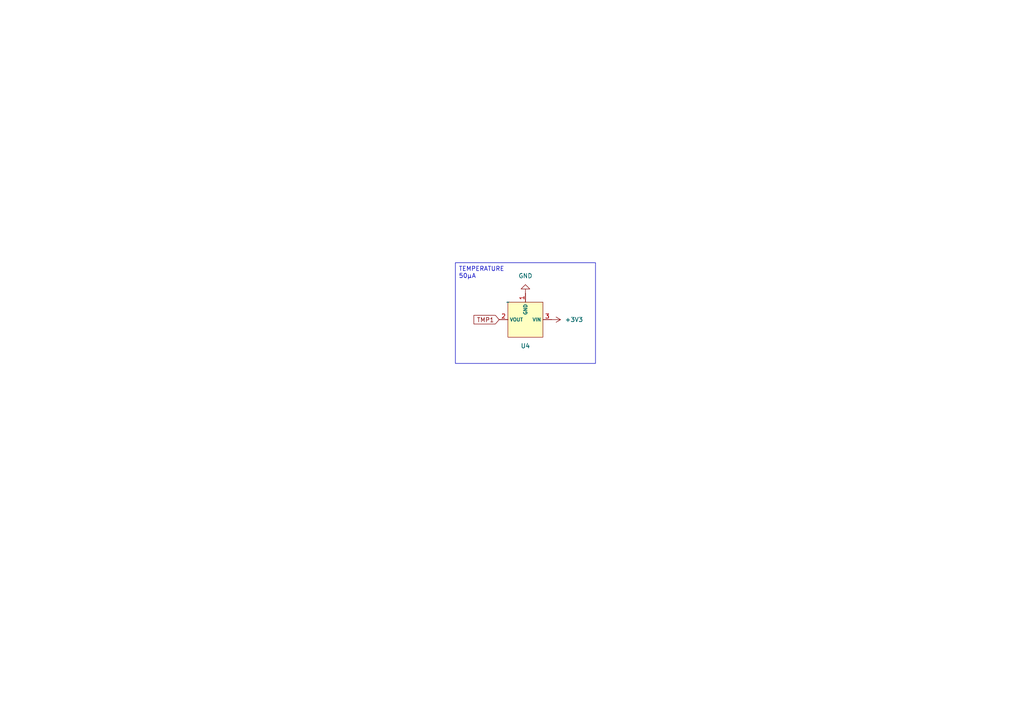
<source format=kicad_sch>
(kicad_sch (version 20230121) (generator eeschema)
  (paper "A4")
  (lib_symbols
    (symbol "CanSat:TMP36"
      (property "Reference" "U" (at 0 1.27 0))
      (symbol "TMP36_1_1"
        (rectangle (start 0 0) (end 10.16 -10.16) (fill (type background)))
        (pin input line (at 5.08 2.54 270) (length 2.54) (name "GND") (number "1"))
        (pin output line (at -2.54 -5.08 0) (length 2.54) (name "VOUT") (number "2"))
        (pin input line (at 12.7 -5.08 180) (length 2.54) (name "VIN") (number "3"))
      )
    )
    (symbol "power:+3V3" (power) (pin_names (offset 0))
      (property "Value" "+3V3" (at 0 3.556 0))
      (symbol "+3V3_0_1"
        (polyline (pts (xy -0.762 1.27) (xy 0 2.54)))
        (polyline (pts (xy 0 0) (xy 0 2.54)))
        (polyline (pts (xy 0 2.54) (xy 0.762 1.27)))
      )
      (symbol "+3V3_1_1"
        (pin power_in line (at 0 0 90) (length 0) hide (name "+3V3") (number "1"))
      )
    )
    (symbol "power:GND" (power) (pin_names (offset 0))
      (property "Value" "GND" (at 0 -3.81 0))
      (symbol "GND_0_1"
        (polyline (pts (xy 0 0) (xy 0 -1.27) (xy 1.27 -1.27) (xy 0 -2.54) (xy -1.27 -1.27) (xy 0 -1.27)))
      )
      (symbol "GND_1_1"
        (pin power_in line (at 0 0 270) (length 0) hide (name "GND") (number "1"))
      )
    )
  )
  (text_box "TEMPERATURE\n50µA\n" (at 132.08 76.2 0) (size 40.64 29.21) (effects (font (size 1.27 1.27)) (justify left top)))
  (global_label "TMP1" (shape input) (at 144.78 92.71 180) (property "Intersheetrefs" "${INTERSHEET_REFS}" (effects hide)))
  (symbol (lib_id "CanSat:TMP36") (at 147.32 87.63 0) (unit 1)
    (property "Reference" "U4" (at 152.4 100.33 0))
    (property "Value" "~" (at 147.32 87.63 0))
    (property "Footprint" "Package_TO_SOT_THT:TO-92L_Inline" (effects hide))
  )
  (symbol (lib_id "power:+3V3") (at 160.02 92.71 270) (unit 1)
    (property "Reference" "#PWR024" (effects hide))
    (property "Value" "+3V3" (at 163.83 92.71 90) (effects (justify left)))
    (instances (project "cansat pcb" (path "" (reference "#PWR024") (unit 1)) (path "" (reference "#PWR023") (unit 1))))
  )
  (symbol (lib_id "power:GND") (at 152.4 85.09 180) (unit 1)
    (property "Reference" "#PWR023" (effects hide))
    (property "Value" "GND" (at 152.4 80.01 0))
    (instances (project "cansat pcb" (path "" (reference "#PWR023") (unit 1)) (path "" (reference "#PWR022") (unit 1))))
  )
)
</source>
